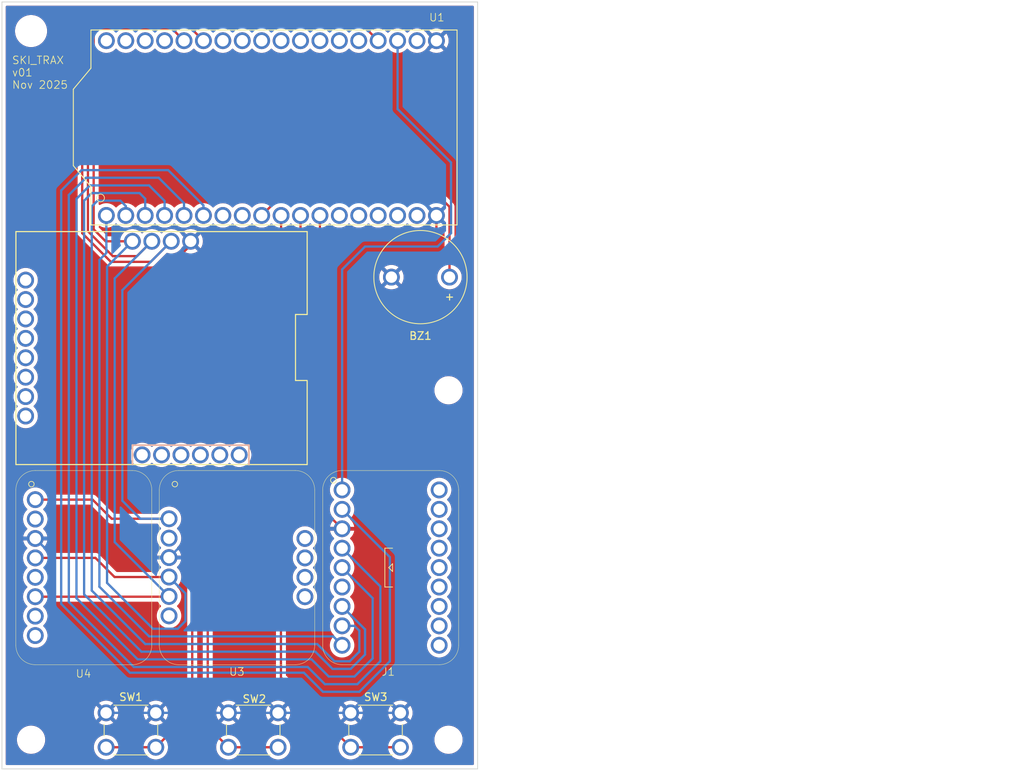
<source format=kicad_pcb>
(kicad_pcb (version 20241229) (generator "pcbnew") (generator_version "9.0")
  (title_block (title "Ski Trax PCB") (date "2025-11-12") (rev "v01") (comment 4 "Author: Andrew McKnight"))
  (layers (0 "F.Cu" signal) (2 "B.Cu" signal) (13 "F.Paste" user) (15 "B.Paste" user) (5 "F.SilkS" user "F.Silkscreen") (7 "B.SilkS" user "B.Silkscreen") (1 "F.Mask" user) (3 "B.Mask" user) (25 "Edge.Cuts" user))
  (net 0 "")
  (net 1 "GND")
  (net 2 "BUZ")
  (net 4 "TFT_RST")
  (net 6 "TFT_LCDCS")
  (net 7 "TFT_DC")
  (net 9 "3V3_2")
  (net 10 "TFT_LITE")
  (net 11 "TFT_CLK")
  (net 19 "TFT_MOSI")
  (net 20 "SW1")
  (net 21 "SW2")
  (net 22 "SW3")
  (net 28 "SDA")
  (net 39 "3V3_1")
  (net 41 "SCL")
  (footprint "ski_trax:Heltec_WiFi_LoRa_32_v3" (layer "F.Cu") (at 56.33 39.78 90)
    (property "Reference" "U1" (at 14.468 21.646 0) (layer "F.SilkS") (effects (font (thickness 0.1))))
    (property "Value" "~")
    (fp_line (start 5.08 -25.91) (end 7.83 -23.61) (stroke (width 0.127)) (layer "F.SilkS"))
    (fp_line (start -4.92 -25.91) (end 5.08 -25.91) (stroke (width 0.127)) (layer "F.SilkS"))
    (fp_line (start 12.83 -23.61) (end 7.83 -23.61) (stroke (width 0.127)) (layer "F.SilkS"))
    (fp_line (start -7.67 -23.61) (end -4.92 -25.91) (stroke (width 0.127)) (layer "F.SilkS"))
    (fp_line (start -7.67 -23.61) (end -12.67 -23.61) (stroke (width 0.127)) (layer "F.SilkS"))
    (fp_line (start -12.67 -23.61) (end -12.67 24.29) (stroke (width 0.127)) (layer "F.SilkS"))
    (fp_line (start 12.83 24.29) (end 12.83 -23.61) (stroke (width 0.127)) (layer "F.SilkS"))
    (fp_line (start -12.67 24.29) (end 12.83 24.29) (stroke (width 0.127)) (layer "F.SilkS"))
    (fp_circle (center -9.144 -22.352) (end -9.144 -21.844) (stroke (width 0.1)) (fill no) (layer "F.SilkS"))
    (pad "1" thru_hole circle (at -11.43 -21.59 90) (size 2.2 2.2) (drill 1.5) (layers "*.Cu" "*.Mask") (net 6 "TFT_LCDCS"))
    (pad "2" thru_hole circle (at -11.43 -19.05 90) (size 2.2 2.2) (drill 1.5) (layers "*.Cu" "*.Mask") (net 4 "TFT_RST"))
    (pad "3" thru_hole circle (at -11.43 -16.51 90) (size 2.2 2.2) (drill 1.5) (layers "*.Cu" "*.Mask") (net 7 "TFT_DC"))
    (pad "4" thru_hole circle (at -11.43 -13.97 90) (size 2.2 2.2) (drill 1.5) (layers "*.Cu" "*.Mask") (net 19 "TFT_MOSI"))
    (pad "5" thru_hole circle (at -11.43 -11.43 90) (size 2.2 2.2) (drill 1.5) (layers "*.Cu" "*.Mask") (net 11 "TFT_CLK"))
    (pad "6" thru_hole circle (at -11.43 -8.89 90) (size 2.2 2.2) (drill 1.5) (layers "*.Cu" "*.Mask") (net 10 "TFT_LITE"))
    (pad "7" thru_hole circle (at -11.43 -6.35 90) (size 2.2 2.2) (drill 1.5) (layers "*.Cu" "*.Mask"))
    (pad "8" thru_hole circle (at -11.43 -3.81 90) (size 2.2 2.2) (drill 1.5) (layers "*.Cu" "*.Mask"))
    (pad "9" thru_hole circle (at -11.43 -1.27 90) (size 2.2 2.2) (drill 1.5) (layers "*.Cu" "*.Mask") (net 2 "BUZ"))
    (pad "10" thru_hole circle (at -11.43 1.27 90) (size 2.2 2.2) (drill 1.5) (layers "*.Cu" "*.Mask") (net 20 "SW1"))
    (pad "11" thru_hole circle (at -11.43 3.81 90) (size 2.2 2.2) (drill 1.5) (layers "*.Cu" "*.Mask") (net 21 "SW2"))
    (pad "12" thru_hole circle (at -11.43 6.35 90) (size 2.2 2.2) (drill 1.5) (layers "*.Cu" "*.Mask") (net 22 "SW3"))
    (pad "13" thru_hole circle (at -11.43 8.89 90) (size 2.2 2.2) (drill 1.5) (layers "*.Cu" "*.Mask"))
    (pad "14" thru_hole circle (at -11.43 11.43 90) (size 2.2 2.2) (drill 1.5) (layers "*.Cu" "*.Mask"))
    (pad "15" thru_hole circle (at -11.43 13.97 90) (size 2.2 2.2) (drill 1.5) (layers "*.Cu" "*.Mask"))
    (pad "16" thru_hole circle (at -11.43 16.51 90) (size 2.2 2.2) (drill 1.5) (layers "*.Cu" "*.Mask"))
    (pad "17" thru_hole circle (at -11.43 19.05 90) (size 2.2 2.2) (drill 1.5) (layers "*.Cu" "*.Mask"))
    (pad "18" thru_hole circle (at -11.43 21.59 90) (size 2.2 2.2) (drill 1.5) (layers "*.Cu" "*.Mask") (net 1 "GND"))
    (pad "19" thru_hole circle (at 11.43 21.59 90) (size 2.2 2.2) (drill 1.5) (layers "*.Cu" "*.Mask") (net 1 "GND"))
    (pad "20" thru_hole circle (at 11.43 19.05 90) (size 2.2 2.2) (drill 1.5) (layers "*.Cu" "*.Mask"))
    (pad "21" thru_hole circle (at 11.43 16.51 90) (size 2.2 2.2) (drill 1.5) (layers "*.Cu" "*.Mask") (net 9 "3V3_2"))
    (pad "22" thru_hole circle (at 11.43 13.97 90) (size 2.2 2.2) (drill 1.5) (layers "*.Cu" "*.Mask") (net 39 "3V3_1"))
    (pad "23" thru_hole circle (at 11.43 11.43 90) (size 2.2 2.2) (drill 1.5) (layers "*.Cu" "*.Mask"))
    (pad "24" thru_hole circle (at 11.43 8.89 90) (size 2.2 2.2) (drill 1.5) (layers "*.Cu" "*.Mask"))
    (pad "25" thru_hole circle (at 11.43 6.35 90) (size 2.2 2.2) (drill 1.5) (layers "*.Cu" "*.Mask"))
    (pad "26" thru_hole circle (at 11.43 3.81 90) (size 2.2 2.2) (drill 1.5) (layers "*.Cu" "*.Mask"))
    (pad "27" thru_hole circle (at 11.43 1.27 90) (size 2.2 2.2) (drill 1.5) (layers "*.Cu" "*.Mask"))
    (pad "28" thru_hole circle (at 11.43 -1.27 90) (size 2.2 2.2) (drill 1.5) (layers "*.Cu" "*.Mask"))
    (pad "29" thru_hole circle (at 11.43 -3.81 90) (size 2.2 2.2) (drill 1.5) (layers "*.Cu" "*.Mask"))
    (pad "30" thru_hole circle (at 11.43 -6.35 90) (size 2.2 2.2) (drill 1.5) (layers "*.Cu" "*.Mask"))
    (pad "31" thru_hole circle (at 11.43 -8.89 90) (size 2.2 2.2) (drill 1.5) (layers "*.Cu" "*.Mask") (net 28 "SDA"))
    (pad "32" thru_hole circle (at 11.43 -11.43 90) (size 2.2 2.2) (drill 1.5) (layers "*.Cu" "*.Mask") (net 41 "SCL"))
    (pad "33" thru_hole circle (at 11.43 -13.97 90) (size 2.2 2.2) (drill 1.5) (layers "*.Cu" "*.Mask"))
    (pad "34" thru_hole circle (at 11.43 -16.51 90) (size 2.2 2.2) (drill 1.5) (layers "*.Cu" "*.Mask"))
    (pad "35" thru_hole circle (at 11.43 -19.05 90) (size 2.2 2.2) (drill 1.5) (layers "*.Cu" "*.Mask"))
    (pad "36" thru_hole circle (at 11.43 -21.59 90) (size 2.2 2.2) (drill 1.5) (layers "*.Cu" "*.Mask"))
  )
  (footprint "MountingHole:MountingHole_3.2mm_M3" (layer "F.Cu") (at 79.5 74.08)
    (property "Reference" "REF**" (hide yes))
    (property "Value" "MountingHole_3.2mm_M3" (hide yes))
    (pad "" np_thru_hole circle (at 0 0) (size 3.2 3.2) (drill 3.2) (layers "*.Cu" "*.Mask"))
  )
  (footprint "ski_trax:Adafruit_BNO055" (layer "F.Cu") (at 51.83 97.28)
    (property "Reference" "U3" (at -0.016 13.63 0) (layer "F.SilkS") (effects (font (thickness 0.1))))
    (property "Value" "~")
    (fp_line (start -10.16 -10.16) (end -10.16 10.16) (stroke (width 0.05)) (layer "F.SilkS"))
    (fp_line (start -7.62 12.7) (end 7.62 12.7) (stroke (width 0.05)) (layer "F.SilkS"))
    (fp_line (start 7.62 -12.7) (end -7.62 -12.7) (stroke (width 0.05)) (layer "F.SilkS"))
    (fp_line (start 10.16 10.16) (end 10.16 -10.16) (stroke (width 0.05)) (layer "F.SilkS"))
    (fp_arc (start -10.16 -10.16) (mid -9.416051 -11.956051) (end -7.62 -12.7) (stroke (width 0.05)) (layer "F.SilkS"))
    (fp_arc (start -7.62 12.7) (mid -9.416051 11.956051) (end -10.16 10.16) (stroke (width 0.05)) (layer "F.SilkS"))
    (fp_arc (start 7.62 -12.7) (mid 9.416051 -11.956051) (end 10.16 -10.16) (stroke (width 0.05)) (layer "F.SilkS"))
    (fp_arc (start 10.16 10.16) (mid 9.416051 11.956051) (end 7.62 12.7) (stroke (width 0.05)) (layer "F.SilkS"))
    (fp_circle (center -8.128 -10.922) (end -8.382 -10.668) (stroke (width 0.1)) (fill no) (layer "F.SilkS"))
    (pad "1" thru_hole circle (at -8.89 -6.39) (size 2.2 2.2) (drill 1.5) (layers "*.Cu" "*.Mask") (net 39 "3V3_1"))
    (pad "2" thru_hole circle (at -8.89 -3.85) (size 2.2 2.2) (drill 1.5) (layers "*.Cu" "*.Mask"))
    (pad "3" thru_hole circle (at -8.89 -1.31) (size 2.2 2.2) (drill 1.5) (layers "*.Cu" "*.Mask") (net 1 "GND"))
    (pad "4" thru_hole circle (at -8.89 1.23) (size 2.2 2.2) (drill 1.5) (layers "*.Cu" "*.Mask") (net 41 "SCL"))
    (pad "5" thru_hole circle (at -8.89 3.77) (size 2.2 2.2) (drill 1.5) (layers "*.Cu" "*.Mask") (net 28 "SDA"))
    (pad "6" thru_hole circle (at -8.89 6.31) (size 2.2 2.2) (drill 1.5) (layers "*.Cu" "*.Mask"))
    (pad "7" thru_hole circle (at 8.89 3.81) (size 2.2 2.2) (drill 1.5) (layers "*.Cu" "*.Mask"))
    (pad "8" thru_hole circle (at 8.89 1.27) (size 2.2 2.2) (drill 1.5) (layers "*.Cu" "*.Mask"))
    (pad "9" thru_hole circle (at 8.89 -1.27) (size 2.2 2.2) (drill 1.5) (layers "*.Cu" "*.Mask"))
    (pad "10" thru_hole circle (at 8.89 -3.81) (size 2.2 2.2) (drill 1.5) (layers "*.Cu" "*.Mask"))
  )
  (footprint "Buzzer_Beeper:Buzzer_12x9.5RM7.6" (layer "F.Cu") (at 79.63 59.28 180)
    (property "Reference" "BZ1" (at 3.8 -7.688 0) (layer "F.SilkS"))
    (property "Value" "Buzzer")
    (fp_circle (center 3.8 0) (end 9.9 0) (stroke (width 0.12)) (fill no) (layer "F.SilkS"))
    (fp_text user "+" (at -0.01 -2.54 0) (layer "F.SilkS"))
    (pad "1" thru_hole circle (at 0 0 180) (size 2.2 2.2) (drill 1.5) (layers "*.Cu" "*.Mask") (net 2 "BUZ"))
    (pad "2" thru_hole circle (at 7.6 0 180) (size 2.2 2.2) (drill 1.5) (layers "*.Cu" "*.Mask") (net 1 "GND"))
  )
  (footprint "ski_trax:Adafruit_BMP390" (layer "F.Cu") (at 31.83 97.28)
    (property "Reference" "U4" (at -0.082 13.884 0) (layer "F.SilkS") (effects (font (thickness 0.1))))
    (property "Value" "~")
    (fp_line (start -8.93 -10.16) (end -8.93 10.16) (stroke (width 0.05)) (layer "F.SilkS"))
    (fp_line (start -6.39 12.7) (end 6.31 12.7) (stroke (width 0.05)) (layer "F.SilkS"))
    (fp_line (start 6.31 -12.7) (end -6.39 -12.7) (stroke (width 0.05)) (layer "F.SilkS"))
    (fp_line (start 8.85 10.16) (end 8.85 -10.16) (stroke (width 0.05)) (layer "F.SilkS"))
    (fp_arc (start -8.93 -10.16) (mid -8.186051 -11.956051) (end -6.39 -12.7) (stroke (width 0.05)) (layer "F.SilkS"))
    (fp_arc (start -6.39 12.7) (mid -8.186051 11.956051) (end -8.93 10.16) (stroke (width 0.05)) (layer "F.SilkS"))
    (fp_arc (start 6.31 -12.7) (mid 8.106051 -11.956051) (end 8.85 -10.16) (stroke (width 0.05)) (layer "F.SilkS"))
    (fp_arc (start 8.85 10.16) (mid 8.106051 11.956051) (end 6.31 12.7) (stroke (width 0.05)) (layer "F.SilkS"))
    (fp_circle (center -6.898 -10.922) (end -7.152 -10.668) (stroke (width 0.1)) (fill no) (layer "F.SilkS"))
    (pad "1" thru_hole circle (at -6.39 -8.89) (size 2.2 2.2) (drill 1.5) (layers "*.Cu" "*.Mask") (net 39 "3V3_1"))
    (pad "2" thru_hole circle (at -6.39 -6.35) (size 2.2 2.2) (drill 1.5) (layers "*.Cu" "*.Mask"))
    (pad "3" thru_hole circle (at -6.39 -3.81) (size 2.2 2.2) (drill 1.5) (layers "*.Cu" "*.Mask") (net 1 "GND"))
    (pad "4" thru_hole circle (at -6.39 -1.27) (size 2.2 2.2) (drill 1.5) (layers "*.Cu" "*.Mask") (net 41 "SCL"))
    (pad "5" thru_hole circle (at -6.39 1.27) (size 2.2 2.2) (drill 1.5) (layers "*.Cu" "*.Mask"))
    (pad "6" thru_hole circle (at -6.39 3.81) (size 2.2 2.2) (drill 1.5) (layers "*.Cu" "*.Mask") (net 28 "SDA"))
    (pad "7" thru_hole circle (at -6.39 6.35) (size 2.2 2.2) (drill 1.5) (layers "*.Cu" "*.Mask"))
    (pad "8" thru_hole circle (at -6.39 8.89) (size 2.2 2.2) (drill 1.5) (layers "*.Cu" "*.Mask"))
  )
  (footprint "Button_Switch_THT:SW_PUSH_6mm" (layer "F.Cu") (at 41.205 120.78 180)
    (property "Reference" "SW1" (at 3.252 6.568 0) (layer "F.SilkS"))
    (property "Value" "SW_Push")
    (fp_line (start 6.75 3) (end 6.75 1.5) (stroke (width 0.12)) (layer "F.SilkS"))
    (fp_line (start 5.5 -1) (end 1 -1) (stroke (width 0.12)) (layer "F.SilkS"))
    (fp_line (start 1 5.5) (end 5.5 5.5) (stroke (width 0.12)) (layer "F.SilkS"))
    (fp_line (start -0.25 1.5) (end -0.25 3) (stroke (width 0.12)) (layer "F.SilkS"))
    (pad "1" thru_hole circle (at 0 0 270) (size 2.2 2.2) (drill 1.5) (layers "*.Cu" "*.Mask") (net 20 "SW1"))
    (pad "1" thru_hole circle (at 6.5 0 270) (size 2.2 2.2) (drill 1.5) (layers "*.Cu" "*.Mask") (net 20 "SW1"))
    (pad "2" thru_hole circle (at 0 4.5 270) (size 2.2 2.2) (drill 1.5) (layers "*.Cu" "*.Mask") (net 1 "GND"))
    (pad "2" thru_hole circle (at 6.5 4.5 270) (size 2.2 2.2) (drill 1.5) (layers "*.Cu" "*.Mask") (net 1 "GND"))
  )
  (footprint "MountingHole:MountingHole_3.2mm_M3" (layer "F.Cu") (at 79.5 119.8)
    (property "Reference" "REF**" (hide yes))
    (property "Value" "MountingHole_3.2mm_M3" (hide yes))
    (pad "" np_thru_hole circle (at 0 0) (size 3.2 3.2) (drill 3.2) (layers "*.Cu" "*.Mask"))
  )
  (footprint "Button_Switch_THT:SW_PUSH_6mm" (layer "F.Cu") (at 73.205 120.78 180)
    (property "Reference" "SW3" (at 3.228 6.568 0) (layer "F.SilkS"))
    (property "Value" "SW_Push")
    (fp_line (start 6.75 3) (end 6.75 1.5) (stroke (width 0.12)) (layer "F.SilkS"))
    (fp_line (start 5.5 -1) (end 1 -1) (stroke (width 0.12)) (layer "F.SilkS"))
    (fp_line (start 1 5.5) (end 5.5 5.5) (stroke (width 0.12)) (layer "F.SilkS"))
    (fp_line (start -0.25 1.5) (end -0.25 3) (stroke (width 0.12)) (layer "F.SilkS"))
    (pad "1" thru_hole circle (at 0 0 270) (size 2.2 2.2) (drill 1.5) (layers "*.Cu" "*.Mask") (net 22 "SW3"))
    (pad "1" thru_hole circle (at 6.5 0 270) (size 2.2 2.2) (drill 1.5) (layers "*.Cu" "*.Mask") (net 22 "SW3"))
    (pad "2" thru_hole circle (at 0 4.5 270) (size 2.2 2.2) (drill 1.5) (layers "*.Cu" "*.Mask") (net 1 "GND"))
    (pad "2" thru_hole circle (at 6.5 4.5 270) (size 2.2 2.2) (drill 1.5) (layers "*.Cu" "*.Mask") (net 1 "GND"))
  )
  (footprint "ski_trax:sparkfun_max_m10s_breakout" (layer "F.Cu") (at 22.83295 53.2438)
    (property "Reference" "U2" (hide yes))
    (property "Value" "~" (hide yes))
    (fp_line (start 0.0762 0.0762) (end 38.1762 0.0762) (stroke (width 0.1524)) (layer "F.SilkS"))
    (fp_line (start 0.0762 30.5562) (end 0.0762 0.0762) (stroke (width 0.1524)) (layer "F.SilkS"))
    (fp_line (start 15.3162 28.0162) (end 30.5562 28.0162) (stroke (width 0.2032)) (layer "F.SilkS"))
    (fp_line (start 15.3162 30.5562) (end 15.3162 28.0162) (stroke (width 0.2032)) (layer "F.SilkS"))
    (fp_line (start 30.5562 28.0162) (end 30.5562 30.5562) (stroke (width 0.2032)) (layer "F.SilkS"))
    (fp_line (start 36.6522 10.922) (end 36.6522 19.558) (stroke (width 0.1524)) (layer "F.SilkS"))
    (fp_line (start 36.6522 19.558) (end 38.1762 19.558) (stroke (width 0.1524)) (layer "F.SilkS"))
    (fp_line (start 38.1762 10.922) (end 36.6522 10.922) (stroke (width 0.1524)) (layer "F.SilkS"))
    (fp_line (start 38.1762 10.922) (end 38.1762 0.0762) (stroke (width 0.1524)) (layer "F.SilkS"))
    (fp_line (start 38.1762 30.5562) (end 0.0762 30.5562) (stroke (width 0.1524)) (layer "F.SilkS"))
    (fp_line (start 38.1762 30.5562) (end 38.1762 19.6342) (stroke (width 0.1524)) (layer "F.SilkS"))
    (fp_line (start 15.3162 28.0162) (end 30.5562 28.0162) (stroke (width 0.2032)) (layer "B.SilkS"))
    (fp_line (start 15.3162 30.5562) (end 15.3162 28.0162) (stroke (width 0.2032)) (layer "B.SilkS"))
    (fp_line (start 30.5562 28.0162) (end 30.5562 30.5562) (stroke (width 0.2032)) (layer "B.SilkS"))
    (pad "1" thru_hole circle (at 1.3462 6.4262) (size 2.2 2.2) (drill 1.5) (layers "*.Cu" "*.Mask"))
    (pad "2" thru_hole circle (at 1.3462 8.9662) (size 2.2 2.2) (drill 1.5) (layers "*.Cu" "*.Mask"))
    (pad "3" thru_hole circle (at 1.3462 11.5062) (size 2.2 2.2) (drill 1.5) (layers "*.Cu" "*.Mask"))
    (pad "4" thru_hole circle (at 1.3462 14.0462) (size 2.2 2.2) (drill 1.5) (layers "*.Cu" "*.Mask"))
    (pad "5" thru_hole circle (at 1.3462 16.5862) (size 2.2 2.2) (drill 1.5) (layers "*.Cu" "*.Mask"))
    (pad "6" thru_hole circle (at 1.3462 19.1262) (size 2.2 2.2) (drill 1.5) (layers "*.Cu" "*.Mask"))
    (pad "7" thru_hole circle (at 1.3462 21.6662) (size 2.2 2.2) (drill 1.5) (layers "*.Cu" "*.Mask"))
    (pad "8" thru_hole circle (at 1.3462 24.2062) (size 2.2 2.2) (drill 1.5) (layers "*.Cu" "*.Mask"))
    (pad "9" thru_hole circle (at 16.5862 29.2862) (size 2.2 2.2) (drill 1.5) (layers "*.Cu" "*.Mask"))
    (pad "10" thru_hole circle (at 19.1262 29.2862) (size 2.2 2.2) (drill 1.5) (layers "*.Cu" "*.Mask"))
    (pad "11" thru_hole circle (at 21.6662 29.2862) (size 2.2 2.2) (drill 1.5) (layers "*.Cu" "*.Mask"))
    (pad "12" thru_hole circle (at 24.2062 29.2862) (size 2.2 2.2) (drill 1.5) (layers "*.Cu" "*.Mask"))
    (pad "13" thru_hole circle (at 26.7462 29.2862) (size 2.2 2.2) (drill 1.5) (layers "*.Cu" "*.Mask"))
    (pad "14" thru_hole circle (at 29.2862 29.2862) (size 2.2 2.2) (drill 1.5) (layers "*.Cu" "*.Mask"))
    (pad "15" thru_hole circle (at 22.9362 1.3462) (size 2.2 2.2) (drill 1.5) (layers "*.Cu" "*.Mask") (net 1 "GND"))
    (pad "16" thru_hole circle (at 20.3962 1.3462) (size 2.2 2.2) (drill 1.5) (layers "*.Cu" "*.Mask") (net 39 "3V3_1"))
    (pad "17" thru_hole circle (at 17.8562 1.3462) (size 2.2 2.2) (drill 1.5) (layers "*.Cu" "*.Mask") (net 28 "SDA"))
    (pad "18" thru_hole circle (at 15.3162 1.3462) (size 2.2 2.2) (drill 1.5) (layers "*.Cu" "*.Mask") (net 41 "SCL"))
  )
  (footprint "ski_trax:Adafruit_EYESPI_Breakout" (layer "F.Cu") (at 71.676 97.28)
    (property "Reference" "J1" (at -0.05 13.63 0) (layer "F.SilkS") (effects (font (thickness 0.1))))
    (property "Value" "~")
    (fp_line (start -8.636 -10.16) (end -8.636 10.16) (stroke (width 0.05)) (layer "F.SilkS"))
    (fp_line (start -6.096 12.7) (end 6.604 12.7) (stroke (width 0.05)) (layer "F.SilkS"))
    (fp_line (start -0.508 -2.54) (end -0.508 2.54) (stroke (width 0.1)) (layer "F.SilkS"))
    (fp_line (start -0.508 2.54) (end 0.508 2.54) (stroke (width 0.1)) (layer "F.SilkS"))
    (fp_line (start 0 0) (end 0.508 -0.508) (stroke (width 0.1)) (layer "F.SilkS"))
    (fp_line (start 0.508 -2.54) (end -0.508 -2.54) (stroke (width 0.1)) (layer "F.SilkS"))
    (fp_line (start 0.508 -0.508) (end 0.508 0.508) (stroke (width 0.1)) (layer "F.SilkS"))
    (fp_line (start 0.508 0.508) (end 0 0) (stroke (width 0.1)) (layer "F.SilkS"))
    (fp_line (start 6.604 -12.7) (end -6.096 -12.7) (stroke (width 0.05)) (layer "F.SilkS"))
    (fp_line (start 9.144 10.16) (end 9.144 -10.16) (stroke (width 0.05)) (layer "F.SilkS"))
    (fp_arc (start -8.636 -10.16) (mid -7.892051 -11.956051) (end -6.096 -12.7) (stroke (width 0.05)) (layer "F.SilkS"))
    (fp_arc (start -6.096 12.7) (mid -7.892051 11.956051) (end -8.636 10.16) (stroke (width 0.05)) (layer "F.SilkS"))
    (fp_arc (start 6.604 -12.7) (mid 8.400051 -11.956051) (end 9.144 -10.16) (stroke (width 0.05)) (layer "F.SilkS"))
    (fp_arc (start 9.144 10.16) (mid 8.400051 11.956051) (end 6.604 12.7) (stroke (width 0.05)) (layer "F.SilkS"))
    (fp_circle (center -7.230193 -11.43) (end -6.976193 -11.157949) (stroke (width 0.1)) (fill no) (layer "F.SilkS"))
    (pad "1" thru_hole circle (at -6.096 -10.16) (size 2.2 2.2) (drill 1.5) (layers "*.Cu" "*.Mask") (net 9 "3V3_2"))
    (pad "2" thru_hole circle (at -6.096 -7.62) (size 2.2 2.2) (drill 1.5) (layers "*.Cu" "*.Mask") (net 10 "TFT_LITE"))
    (pad "3" thru_hole circle (at -6.096 -5.08) (size 2.2 2.2) (drill 1.5) (layers "*.Cu" "*.Mask") (net 1 "GND"))
    (pad "4" thru_hole circle (at -6.096 -2.54) (size 2.2 2.2) (drill 1.5) (layers "*.Cu" "*.Mask") (net 11 "TFT_CLK"))
    (pad "5" thru_hole circle (at -6.096 0) (size 2.2 2.2) (drill 1.5) (layers "*.Cu" "*.Mask") (net 19 "TFT_MOSI"))
    (pad "6" thru_hole circle (at -6.096 2.54) (size 2.2 2.2) (drill 1.5) (layers "*.Cu" "*.Mask"))
    (pad "7" thru_hole circle (at -6.096 5.08) (size 2.2 2.2) (drill 1.5) (layers "*.Cu" "*.Mask") (net 7 "TFT_DC"))
    (pad "8" thru_hole circle (at -6.096 7.62) (size 2.2 2.2) (drill 1.5) (layers "*.Cu" "*.Mask") (net 4 "TFT_RST"))
    (pad "9" thru_hole circle (at -6.096 10.16) (size 2.2 2.2) (drill 1.5) (layers "*.Cu" "*.Mask") (net 6 "TFT_LCDCS"))
    (pad "10" thru_hole circle (at 6.604 10.16) (size 2.2 2.2) (drill 1.5) (layers "*.Cu" "*.Mask"))
    (pad "11" thru_hole circle (at 6.604 7.62) (size 2.2 2.2) (drill 1.5) (layers "*.Cu" "*.Mask"))
    (pad "12" thru_hole circle (at 6.604 5.08) (size 2.2 2.2) (drill 1.5) (layers "*.Cu" "*.Mask"))
    (pad "13" thru_hole circle (at 6.604 2.54) (size 2.2 2.2) (drill 1.5) (layers "*.Cu" "*.Mask"))
    (pad "14" thru_hole circle (at 6.604 0) (size 2.2 2.2) (drill 1.5) (layers "*.Cu" "*.Mask"))
    (pad "15" thru_hole circle (at 6.604 -2.54) (size 2.2 2.2) (drill 1.5) (layers "*.Cu" "*.Mask"))
    (pad "16" thru_hole circle (at 6.604 -5.08) (size 2.2 2.2) (drill 1.5) (layers "*.Cu" "*.Mask"))
    (pad "17" thru_hole circle (at 6.604 -7.62) (size 2.2 2.2) (drill 1.5) (layers "*.Cu" "*.Mask"))
    (pad "18" thru_hole circle (at 6.604 -10.16) (size 2.2 2.2) (drill 1.5) (layers "*.Cu" "*.Mask"))
  )
  (footprint "MountingHole:MountingHole_3.2mm_M3" (layer "F.Cu") (at 24.89 119.8)
    (property "Reference" "REF**" (hide yes))
    (property "Value" "MountingHole_3.2mm_M3" (hide yes))
    (pad "" np_thru_hole circle (at 0 0) (size 3.2 3.2) (drill 3.2) (layers "*.Cu" "*.Mask"))
  )
  (footprint "Button_Switch_THT:SW_PUSH_6mm" (layer "F.Cu") (at 57.205 120.78 180)
    (property "Reference" "SW2" (at 3.105 6.314 0) (layer "F.SilkS"))
    (property "Value" "SW_Push")
    (fp_line (start 6.75 3) (end 6.75 1.5) (stroke (width 0.12)) (layer "F.SilkS"))
    (fp_line (start 5.5 -1) (end 1 -1) (stroke (width 0.12)) (layer "F.SilkS"))
    (fp_line (start 1 5.5) (end 5.5 5.5) (stroke (width 0.12)) (layer "F.SilkS"))
    (fp_line (start -0.25 1.5) (end -0.25 3) (stroke (width 0.12)) (layer "F.SilkS"))
    (pad "1" thru_hole circle (at 0 0 270) (size 2.2 2.2) (drill 1.5) (layers "*.Cu" "*.Mask") (net 21 "SW2"))
    (pad "1" thru_hole circle (at 6.5 0 270) (size 2.2 2.2) (drill 1.5) (layers "*.Cu" "*.Mask") (net 21 "SW2"))
    (pad "2" thru_hole circle (at 0 4.5 270) (size 2.2 2.2) (drill 1.5) (layers "*.Cu" "*.Mask") (net 1 "GND"))
    (pad "2" thru_hole circle (at 6.5 4.5 270) (size 2.2 2.2) (drill 1.5) (layers "*.Cu" "*.Mask") (net 1 "GND"))
  )
  (footprint "MountingHole:MountingHole_3.7mm" (layer "F.Cu") (at 24.89 27.09)
    (property "Reference" "REF**" (hide yes))
    (property "Value" "MountingHole_3.7mm" (hide yes))
    (pad "" np_thru_hole circle (at 0 0) (size 3.7 3.7) (drill 3.7) (layers "*.Cu" "*.Mask"))
  )
  (gr_line (start 21.08 23.28) (end 21.08 123.61) (stroke (width 0.1)) (layer "Edge.Cuts"))
  (gr_line (start 83.31 23.28) (end 21.08 23.28) (stroke (width 0.1)) (layer "Edge.Cuts"))
  (gr_line (start 21.08 123.61) (end 83.31 123.61) (stroke (width 0.1)) (layer "Edge.Cuts"))
  (gr_line (start 83.31 123.61) (end 83.31 23.28) (stroke (width 0.1)) (layer "Edge.Cuts"))
  (gr_text "SKI_TRAX\nv01\nNov 2025" (at 22.35 34.71 0) (layer "F.SilkS") (effects (font (size 1 1) (thickness 0.1)) (justify left bottom)))
  (segment (start 25.44 93.47) (end 32.77 93.47) (width 0.3) (layer "F.Cu") (net 1))
  (segment (start 72.03 59.28) (end 68.58 62.73) (width 0.3) (layer "F.Cu") (net 1))
  (segment (start 30.83 25.78) (end 30.83 53.78) (width 0.3) (layer "F.Cu") (net 1))
  (segment (start 77.92 28.35) (end 74.1 24.53) (width 0.3) (layer "F.Cu") (net 1))
  (segment (start 72.03 59.28) (end 77.92 53.39) (width 0.3) (layer "F.Cu") (net 1))
  (segment (start 32.08 24.53) (end 30.83 25.78) (width 0.3) (layer "F.Cu") (net 1))
  (segment (start 77.92 53.39) (end 77.92 51.21) (width 0.3) (layer "F.Cu") (net 1))
  (segment (start 68.58 62.73) (end 68.58 81.28) (width 0.3) (layer "F.Cu") (net 1))
  (segment (start 32.77 93.47) (end 35.27 95.97) (width 0.3) (layer "F.Cu") (net 1))
  (segment (start 63.33 86.53) (end 63.33 89.95) (width 0.3) (layer "F.Cu") (net 1))
  (segment (start 74.1 24.53) (end 32.08 24.53) (width 0.3) (layer "F.Cu") (net 1))
  (segment (start 42.83 58.03) (end 45.76915 55.09085) (width 0.3) (layer "F.Cu") (net 1))
  (segment (start 35.08 58.03) (end 42.83 58.03) (width 0.3) (layer "F.Cu") (net 1))
  (segment (start 45.76915 55.09085) (end 45.76915 54.59) (width 0.3) (layer "F.Cu") (net 1))
  (segment (start 68.58 81.28) (end 63.33 86.53) (width 0.3) (layer "F.Cu") (net 1))
  (segment (start 30.83 53.78) (end 35.08 58.03) (width 0.3) (layer "F.Cu") (net 1))
  (segment (start 63.33 89.95) (end 65.58 92.2) (width 0.3) (layer "F.Cu") (net 1))
  (segment (start 35.27 95.97) (end 42.94 95.97) (width 0.3) (layer "F.Cu") (net 1))
  (segment (start 41.205 116.28) (end 50.705 116.28) (width 0.3) (layer "B.Cu") (net 1))
  (segment (start 43.83 89.03) (end 39.08 89.03) (width 0.3) (layer "B.Cu") (net 1))
  (segment (start 44.83 90.03) (end 43.83 89.03) (width 0.3) (layer "B.Cu") (net 1))
  (segment (start 37.83 87.78) (end 37.83 62.52915) (width 0.3) (layer "B.Cu") (net 1))
  (segment (start 57.205 116.28) (end 66.705 116.28) (width 0.3) (layer "B.Cu") (net 1))
  (segment (start 39.08 89.03) (end 37.83 87.78) (width 0.3) (layer "B.Cu") (net 1))
  (segment (start 73.205 116.28) (end 66.705 116.28) (width 0.3) (layer "B.Cu") (net 1))
  (segment (start 34.705 116.28) (end 27.83 109.405) (width 0.3) (layer "B.Cu") (net 1))
  (segment (start 42.94 95.97) (end 44.83 94.08) (width 0.3) (layer "B.Cu") (net 1))
  (segment (start 34.705 116.28) (end 41.205 116.28) (width 0.3) (layer "B.Cu") (net 1))
  (segment (start 25.44 93.47) (end 27.83 95.86) (width 0.3) (layer "B.Cu") (net 1))
  (segment (start 44.83 94.08) (end 44.83 90.03) (width 0.3) (layer "B.Cu") (net 1))
  (segment (start 50.705 116.28) (end 57.205 116.28) (width 0.3) (layer "B.Cu") (net 1))
  (segment (start 37.83 62.52915) (end 45.76915 54.59) (width 0.3) (layer "B.Cu") (net 1))
  (segment (start 27.83 95.86) (end 27.83 109.405) (width 0.3) (layer "B.Cu") (net 1))
  (segment (start 79.63 59.28) (end 79.63 50.08) (width 0.3) (layer "F.Cu") (net 2))
  (segment (start 56.99 49.28) (end 55.06 51.21) (width 0.3) (layer "F.Cu") (net 2))
  (segment (start 78.83 49.28) (end 56.99 49.28) (width 0.3) (layer "F.Cu") (net 2))
  (segment (start 79.63 50.08) (end 78.83 49.28) (width 0.3) (layer "F.Cu") (net 2))
  (segment (start 33.58 49.28) (end 36.58 49.28) (width 0.3) (layer "B.Cu") (net 4))
  (segment (start 32.83 50.03) (end 32.83 100.28) (width 0.3) (layer "B.Cu") (net 4))
  (segment (start 37.28 51.21) (end 37.28 49.98) (width 0.3) (layer "B.Cu") (net 4))
  (segment (start 37.28 49.98) (end 36.58 49.28) (width 0.3) (layer "B.Cu") (net 4))
  (segment (start 32.83 100.28) (end 39.83 107.28) (width 0.3) (layer "B.Cu") (net 4))
  (segment (start 64.58 109.53) (end 66.58 109.53) (width 0.3) (layer "B.Cu") (net 4))
  (segment (start 39.83 107.28) (end 62.33 107.28) (width 0.3) (layer "B.Cu") (net 4))
  (segment (start 65.71 105.03) (end 65.58 104.9) (width 0.3) (layer "B.Cu") (net 4))
  (segment (start 67.2 104.9) (end 65.58 104.9) (width 0.3) (layer "B.Cu") (net 4))
  (segment (start 67.83 105.53) (end 67.2 104.9) (width 0.3) (layer "B.Cu") (net 4))
  (segment (start 66.58 109.53) (end 67.83 108.28) (width 0.3) (layer "B.Cu") (net 4))
  (segment (start 62.33 107.28) (end 64.58 109.53) (width 0.3) (layer "B.Cu") (net 4))
  (segment (start 32.83 50.03) (end 33.58 49.28) (width 0.3) (layer "B.Cu") (net 4))
  (segment (start 67.83 108.28) (end 67.83 105.53) (width 0.3) (layer "B.Cu") (net 4))
  (segment (start 33.83 99.78) (end 40.33 106.28) (width 0.3) (layer "B.Cu") (net 6))
  (segment (start 34.74 56.12) (end 33.83 57.03) (width 0.3) (layer "B.Cu") (net 6))
  (segment (start 34.74 51.21) (end 34.74 56.12) (width 0.3) (layer "B.Cu") (net 6))
  (segment (start 40.33 106.28) (end 64.42 106.28) (width 0.3) (layer "B.Cu") (net 6))
  (segment (start 33.83 57.03) (end 33.83 99.78) (width 0.3) (layer "B.Cu") (net 6))
  (segment (start 64.42 106.28) (end 65.58 107.44) (width 0.3) (layer "B.Cu") (net 6))
  (segment (start 31.83 49.28) (end 31.83 100.78) (width 0.3) (layer "B.Cu") (net 7))
  (segment (start 64.33 110.53) (end 66.705 110.53) (width 0.3) (layer "B.Cu") (net 7))
  (segment (start 39.08 48.28) (end 32.83 48.28) (width 0.3) (layer "B.Cu") (net 7))
  (segment (start 62.08 108.28) (end 64.33 110.53) (width 0.3) (layer "B.Cu") (net 7))
  (segment (start 39.33 108.28) (end 62.08 108.28) (width 0.3) (layer "B.Cu") (net 7))
  (segment (start 32.83 48.28) (end 31.83 49.28) (width 0.3) (layer "B.Cu") (net 7))
  (segment (start 39.82 51.21) (end 39.82 49.02) (width 0.3) (layer "B.Cu") (net 7))
  (segment (start 39.82 49.02) (end 39.08 48.28) (width 0.3) (layer "B.Cu") (net 7))
  (segment (start 68.58 105.36) (end 65.58 102.36) (width 0.3) (layer "B.Cu") (net 7))
  (segment (start 68.58 108.655) (end 68.58 105.36) (width 0.3) (layer "B.Cu") (net 7))
  (segment (start 31.83 100.78) (end 39.33 108.28) (width 0.3) (layer "B.Cu") (net 7))
  (segment (start 66.705 110.53) (end 68.58 108.655) (width 0.3) (layer "B.Cu") (net 7))
  (segment (start 65.984 86.626) (end 65.984 87.12) (width 0.2) (layer "F.Cu") (net 9))
  (segment (start 72.84 37.27) (end 72.84 28.35) (width 0.3) (layer "B.Cu") (net 9))
  (segment (start 79.83 44.28) (end 72.83 37.28) (width 0.3) (layer "B.Cu") (net 9))
  (segment (start 65.58 58.28) (end 68.58 55.28) (width 0.3) (layer "B.Cu") (net 9))
  (segment (start 68.58 55.28) (end 78.08 55.28) (width 0.3) (layer "B.Cu") (net 9))
  (segment (start 79.83 53.53) (end 79.83 44.28) (width 0.3) (layer "B.Cu") (net 9))
  (segment (start 65.58 87.12) (end 65.58 58.28) (width 0.3) (layer "B.Cu") (net 9))
  (segment (start 72.83 37.28) (end 72.84 37.27) (width 0.3) (layer "B.Cu") (net 9))
  (segment (start 78.08 55.28) (end 79.83 53.53) (width 0.3) (layer "B.Cu") (net 9))
  (segment (start 42.83 45.28) (end 31.495 45.28) (width 0.3) (layer "B.Cu") (net 10))
  (segment (start 60.58 111.03) (end 63.08 113.53) (width 0.3) (layer "B.Cu") (net 10))
  (segment (start 37.83 111.03) (end 60.58 111.03) (width 0.3) (layer "B.Cu") (net 10))
  (segment (start 71.83 109.53) (end 71.83 95.91) (width 0.3) (layer "B.Cu") (net 10))
  (segment (start 67.83 113.53) (end 71.83 109.53) (width 0.3) (layer "B.Cu") (net 10))
  (segment (start 63.08 113.53) (end 67.83 113.53) (width 0.3) (layer "B.Cu") (net 10))
  (segment (start 47.44 49.89) (end 42.83 45.28) (width 0.3) (layer "B.Cu") (net 10))
  (segment (start 28.83 102.03) (end 37.83 111.03) (width 0.3) (layer "B.Cu") (net 10))
  (segment (start 31.495 45.28) (end 28.83 47.945) (width 0.3) (layer "B.Cu") (net 10))
  (segment (start 71.83 95.91) (end 65.58 89.66) (width 0.3) (layer "B.Cu") (net 10))
  (segment (start 47.44 51.21) (end 47.44 49.89) (width 0.3) (layer "B.Cu") (net 10))
  (segment (start 28.83 47.945) (end 28.83 102.03) (width 0.3) (layer "B.Cu") (net 10))
  (segment (start 32.08 46.28) (end 41.58 46.28) (width 0.3) (layer "B.Cu") (net 11))
  (segment (start 41.58 46.28) (end 44.9 49.6) (width 0.3) (layer "B.Cu") (net 11))
  (segment (start 67.58 112.53) (end 63.33 112.53) (width 0.3) (layer "B.Cu") (net 11))
  (segment (start 70.58 109.53) (end 67.58 112.53) (width 0.3) (layer "B.Cu") (net 11))
  (segment (start 38.33 110.28) (end 29.83 101.78) (width 0.3) (layer "B.Cu") (net 11))
  (segment (start 61.08 110.28) (end 38.33 110.28) (width 0.3) (layer "B.Cu") (net 11))
  (segment (start 65.58 94.74) (end 70.58 99.74) (width 0.3) (layer "B.Cu") (net 11))
  (segment (start 70.58 99.74) (end 70.58 109.53) (width 0.3) (layer "B.Cu") (net 11))
  (segment (start 29.83 101.78) (end 29.83 48.53) (width 0.3) (layer "B.Cu") (net 11))
  (segment (start 63.33 112.53) (end 61.08 110.28) (width 0.3) (layer "B.Cu") (net 11))
  (segment (start 29.83 48.53) (end 32.08 46.28) (width 0.3) (layer "B.Cu") (net 11))
  (segment (start 44.9 49.6) (end 44.9 51.21) (width 0.3) (layer "B.Cu") (net 11))
  (segment (start 69.58 101.28) (end 65.58 97.28) (width 0.3) (layer "B.Cu") (net 19))
  (segment (start 32.58 47.28) (end 30.83 49.03) (width 0.3) (layer "B.Cu") (net 19))
  (segment (start 30.83 101.28) (end 38.83 109.28) (width 0.3) (layer "B.Cu") (net 19))
  (segment (start 67.205 111.53) (end 69.58 109.155) (width 0.3) (layer "B.Cu") (net 19))
  (segment (start 30.83 49.03) (end 30.83 101.28) (width 0.3) (layer "B.Cu") (net 19))
  (segment (start 63.83 111.53) (end 67.205 111.53) (width 0.3) (layer "B.Cu") (net 19))
  (segment (start 42.36 51.21) (end 42.36 49.31) (width 0.3) (layer "B.Cu") (net 19))
  (segment (start 40.33 47.28) (end 32.58 47.28) (width 0.3) (layer "B.Cu") (net 19))
  (segment (start 69.58 109.155) (end 69.58 101.28) (width 0.3) (layer "B.Cu") (net 19))
  (segment (start 61.58 109.28) (end 63.83 111.53) (width 0.3) (layer "B.Cu") (net 19))
  (segment (start 38.83 109.28) (end 61.58 109.28) (width 0.3) (layer "B.Cu") (net 19))
  (segment (start 42.36 49.31) (end 40.33 47.28) (width 0.3) (layer "B.Cu") (net 19))
  (segment (start 41.205 120.78) (end 34.705 120.78) (width 0.3) (layer "F.Cu") (net 20))
  (segment (start 45.972 116.013) (end 45.972 92.638) (width 0.3) (layer "F.Cu") (net 20))
  (segment (start 41.205 120.78) (end 45.972 116.013) (width 0.3) (layer "F.Cu") (net 20))
  (segment (start 57.6 81.01) (end 57.6 51.21) (width 0.3) (layer "F.Cu") (net 20))
  (segment (start 45.972 92.638) (end 57.6 81.01) (width 0.3) (layer "F.Cu") (net 20))
  (segment (start 48.004 93.856) (end 60.14 81.72) (width 0.3) (layer "F.Cu") (net 21))
  (segment (start 50.705 120.78) (end 48.004 118.079) (width 0.3) (layer "F.Cu") (net 21))
  (segment (start 50.705 120.78) (end 57.205 120.78) (width 0.3) (layer "F.Cu") (net 21))
  (segment (start 60.14 81.72) (end 60.14 51.21) (width 0.3) (layer "F.Cu") (net 21))
  (segment (start 48.004 118.079) (end 48.004 93.856) (width 0.3) (layer "F.Cu") (net 21))
  (segment (start 62.68 51.21) (end 62.68 82.93) (width 0.3) (layer "F.Cu") (net 22))
  (segment (start 57.58 111.655) (end 66.705 120.78) (width 0.3) (layer "F.Cu") (net 22))
  (segment (start 62.68 82.93) (end 57.58 88.03) (width 0.3) (layer "F.Cu") (net 22))
  (segment (start 66.705 120.78) (end 73.205 120.78) (width 0.3) (layer "F.Cu") (net 22))
  (segment (start 57.58 88.03) (end 57.58 111.655) (width 0.3) (layer "F.Cu") (net 22))
  (segment (start 38.74915 56.53) (end 40.68915 54.59) (width 0.3) (layer "F.Cu") (net 28))
  (segment (start 25.44 101.09) (end 42.9 101.09) (width 0.3) (layer "F.Cu") (net 28))
  (segment (start 35.58 56.53) (end 38.74915 56.53) (width 0.3) (layer "F.Cu") (net 28))
  (segment (start 32.33 53.28) (end 35.58 56.53) (width 0.3) (layer "F.Cu") (net 28))
  (segment (start 42.9 101.09) (end 42.94 101.05) (width 0.2) (layer "F.Cu") (net 28))
  (segment (start 33.08 26.03) (end 32.33 26.78) (width 0.3) (layer "F.Cu") (net 28))
  (segment (start 47.44 28.35) (end 45.12 26.03) (width 0.3) (layer "F.Cu") (net 28))
  (segment (start 32.33 26.78) (end 32.33 53.28) (width 0.3) (layer "F.Cu") (net 28))
  (segment (start 45.12 26.03) (end 33.08 26.03) (width 0.3) (layer "F.Cu") (net 28))
  (segment (start 35.83 59.44915) (end 40.68915 54.59) (width 0.3) (layer "B.Cu") (net 28))
  (segment (start 42.94 101.05) (end 35.83 93.94) (width 0.3) (layer "B.Cu") (net 28))
  (segment (start 35.83 93.94) (end 35.83 59.44915) (width 0.3) (layer "B.Cu") (net 28))
  (segment (start 67.23 25.28) (end 32.58 25.28) (width 0.3) (layer "F.Cu") (net 39))
  (segment (start 35.33 57.28) (end 40.53915 57.28) (width 0.3) (layer "F.Cu") (net 39))
  (segment (start 35.44 90.89) (end 42.94 90.89) (width 0.3) (layer "F.Cu") (net 39))
  (segment (start 40.53915 57.28) (end 43.22915 54.59) (width 0.3) (layer "F.Cu") (net 39))
  (segment (start 31.58 53.53) (end 35.33 57.28) (width 0.3) (layer "F.Cu") (net 39))
  (segment (start 25.44 88.39) (end 32.94 88.39) (width 0.3) (layer "F.Cu") (net 39))
  (segment (start 31.58 26.28) (end 31.58 53.53) (width 0.3) (layer "F.Cu") (net 39))
  (segment (start 70.3 28.35) (end 67.23 25.28) (width 0.3) (layer "F.Cu") (net 39))
  (segment (start 32.58 25.28) (end 31.58 26.28) (width 0.3) (layer "F.Cu") (net 39))
  (segment (start 32.94 88.39) (end 35.44 90.89) (width 0.3) (layer "F.Cu") (net 39))
  (segment (start 39.19 90.89) (end 36.83 88.53) (width 0.3) (layer "B.Cu") (net 39))
  (segment (start 42.94 90.89) (end 39.19 90.89) (width 0.3) (layer "B.Cu") (net 39))
  (segment (start 36.83 60.98915) (end 43.22915 54.59) (width 0.3) (layer "B.Cu") (net 39))
  (segment (start 36.83 88.53) (end 36.83 60.98915) (width 0.3) (layer "B.Cu") (net 39))
  (segment (start 25.44 96.01) (end 33.31 96.01) (width 0.3) (layer "F.Cu") (net 41))
  (segment (start 33.58 26.78) (end 33.08 27.28) (width 0.3) (layer "F.Cu") (net 41))
  (segment (start 35.81 98.51) (end 42.94 98.51) (width 0.3) (layer "F.Cu") (net 41))
  (segment (start 33.08 53.03) (end 34.64 54.59) (width 0.3) (layer "F.Cu") (net 41))
  (segment (start 34.64 54.59) (end 38.14915 54.59) (width 0.3) (layer "F.Cu") (net 41))
  (segment (start 33.08 27.28) (end 33.08 53.03) (width 0.3) (layer "F.Cu") (net 41))
  (segment (start 43.33 26.78) (end 33.58 26.78) (width 0.3) (layer "F.Cu") (net 41))
  (segment (start 44.9 28.35) (end 43.33 26.78) (width 0.3) (layer "F.Cu") (net 41))
  (segment (start 33.31 96.01) (end 35.81 98.51) (width 0.3) (layer "F.Cu") (net 41))
  (segment (start 45.08 104.28) (end 45.08 100.65) (width 0.3) (layer "B.Cu") (net 41))
  (segment (start 34.83 99.28) (end 40.83 105.28) (width 0.3) (layer "B.Cu") (net 41))
  (segment (start 34.83 57.90915) (end 34.83 99.28) (width 0.3) (layer "B.Cu") (net 41))
  (segment (start 45.08 100.65) (end 42.94 98.51) (width 0.3) (layer "B.Cu") (net 41))
  (segment (start 44.08 105.28) (end 45.08 104.28) (width 0.3) (layer "B.Cu") (net 41))
  (segment (start 38.14915 54.59) (end 34.83 57.90915) (width 0.3) (layer "B.Cu") (net 41))
  (segment (start 40.83 105.28) (end 44.08 105.28) (width 0.3) (layer "B.Cu") (net 41))
  (zone (net 1) (net_name "GND") (layers "F.Cu" "B.Cu") (connect_pads (clearance 0.5)) (min_thickness 0.25) (fill yes (thermal_gap 0.5) (thermal_bridge_width 0.5))
    (polygon (pts (xy 20.826 123.864) (xy 83.564 123.864) (xy 83.564 23.026) (xy 20.826 23.026)))
  )
)
</source>
